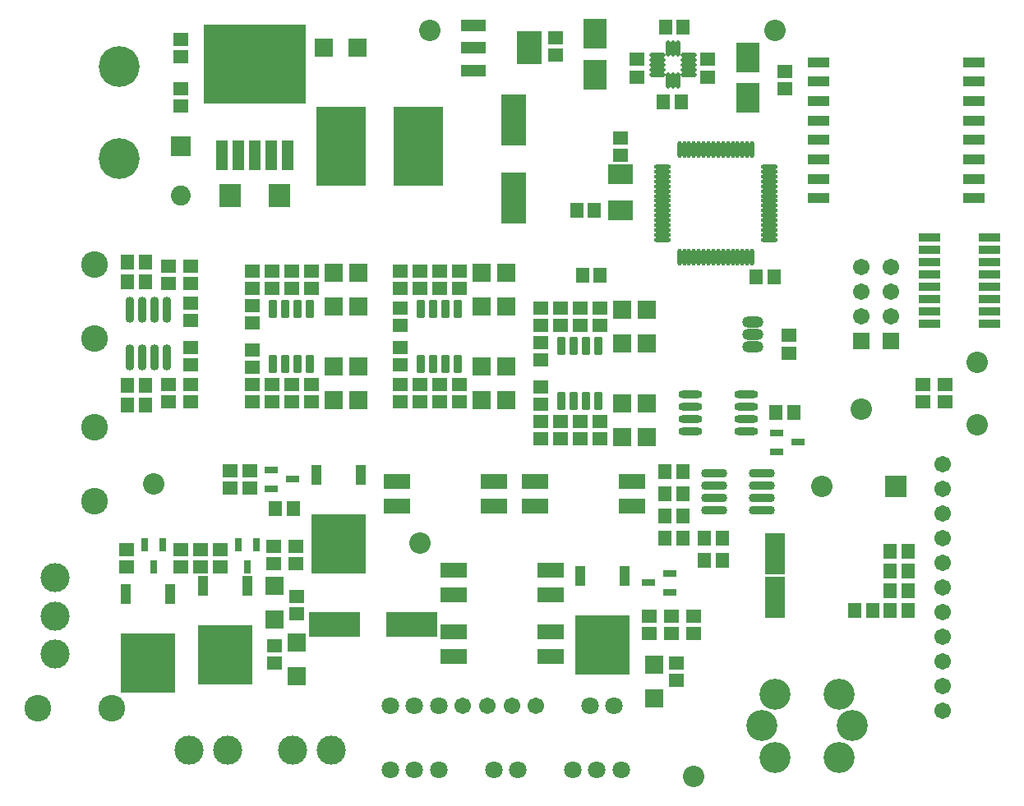
<source format=gts>
%FSLAX25Y25*%
%MOIN*%
G70*
G01*
G75*
G04 Layer_Color=8388736*
%ADD10R,0.09449X0.07087*%
%ADD11O,0.02756X0.09843*%
%ADD12R,0.03937X0.11417*%
%ADD13R,0.40945X0.31496*%
%ADD14R,0.05512X0.04724*%
%ADD15R,0.04724X0.05512*%
%ADD16R,0.21654X0.23228*%
%ADD17R,0.03543X0.07087*%
%ADD18R,0.04528X0.02362*%
%ADD19R,0.06693X0.06693*%
%ADD20R,0.09252X0.20276*%
%ADD21R,0.07992X0.08976*%
%ADD22R,0.09843X0.05512*%
%ADD23R,0.06693X0.06693*%
%ADD24R,0.19685X0.31496*%
%ADD25R,0.09449X0.03937*%
%ADD26R,0.09449X0.12992*%
%ADD27R,0.08465X0.11221*%
G04:AMPARAMS|DCode=28|XSize=11.81mil|YSize=59.06mil|CornerRadius=2.95mil|HoleSize=0mil|Usage=FLASHONLY|Rotation=90.000|XOffset=0mil|YOffset=0mil|HoleType=Round|Shape=RoundedRectangle|*
%AMROUNDEDRECTD28*
21,1,0.01181,0.05315,0,0,90.0*
21,1,0.00591,0.05906,0,0,90.0*
1,1,0.00591,0.02658,0.00295*
1,1,0.00591,0.02658,-0.00295*
1,1,0.00591,-0.02658,-0.00295*
1,1,0.00591,-0.02658,0.00295*
%
%ADD28ROUNDEDRECTD28*%
G04:AMPARAMS|DCode=29|XSize=11.81mil|YSize=59.06mil|CornerRadius=2.95mil|HoleSize=0mil|Usage=FLASHONLY|Rotation=180.000|XOffset=0mil|YOffset=0mil|HoleType=Round|Shape=RoundedRectangle|*
%AMROUNDEDRECTD29*
21,1,0.01181,0.05315,0,0,180.0*
21,1,0.00591,0.05906,0,0,180.0*
1,1,0.00591,-0.00295,0.02658*
1,1,0.00591,0.00295,0.02658*
1,1,0.00591,0.00295,-0.02658*
1,1,0.00591,-0.00295,-0.02658*
%
%ADD29ROUNDEDRECTD29*%
%ADD30R,0.07874X0.03150*%
%ADD31R,0.07874X0.02992*%
%ADD32O,0.06102X0.00984*%
%ADD33O,0.00984X0.06102*%
%ADD34O,0.08858X0.02362*%
%ADD35O,0.09843X0.02756*%
%ADD36R,0.07284X0.16339*%
%ADD37R,0.02362X0.04528*%
%ADD38R,0.20276X0.09252*%
G04:AMPARAMS|DCode=39|XSize=25.59mil|YSize=64.96mil|CornerRadius=1.92mil|HoleSize=0mil|Usage=FLASHONLY|Rotation=0.000|XOffset=0mil|YOffset=0mil|HoleType=Round|Shape=RoundedRectangle|*
%AMROUNDEDRECTD39*
21,1,0.02559,0.06112,0,0,0.0*
21,1,0.02175,0.06496,0,0,0.0*
1,1,0.00384,0.01088,-0.03056*
1,1,0.00384,-0.01088,-0.03056*
1,1,0.00384,-0.01088,0.03056*
1,1,0.00384,0.01088,0.03056*
%
%ADD39ROUNDEDRECTD39*%
%ADD40C,0.01000*%
%ADD41C,0.04000*%
%ADD42C,0.02000*%
%ADD43C,0.10000*%
%ADD44C,0.12000*%
%ADD45C,0.07874*%
%ADD46O,0.07874X0.03937*%
%ADD47O,0.07874X0.03937*%
%ADD48C,0.10000*%
%ADD49C,0.05906*%
%ADD50R,0.05906X0.05906*%
%ADD51C,0.06299*%
%ADD52C,0.11000*%
%ADD53C,0.15748*%
%ADD54R,0.07284X0.07284*%
%ADD55C,0.07284*%
%ADD56R,0.07874X0.07874*%
%ADD57C,0.11811*%
%ADD58C,0.01500*%
%ADD59C,0.01600*%
%ADD60C,0.03500*%
%ADD61C,0.06000*%
%ADD62C,0.03000*%
%ADD63C,0.07000*%
%ADD64R,0.02165X0.03543*%
%ADD65C,0.00984*%
%ADD66C,0.00787*%
%ADD67C,0.01969*%
%ADD68C,0.02362*%
%ADD69C,0.00800*%
%ADD70C,0.00600*%
%ADD71R,0.10249X0.07887*%
%ADD72O,0.03556X0.10642*%
%ADD73R,0.04737X0.12217*%
%ADD74R,0.41745X0.32296*%
%ADD75R,0.06312X0.05524*%
%ADD76R,0.05524X0.06312*%
%ADD77R,0.22453X0.24028*%
%ADD78R,0.04343X0.07887*%
%ADD79R,0.05328X0.03162*%
%ADD80R,0.07493X0.07493*%
%ADD81R,0.10052X0.21076*%
%ADD82R,0.08792X0.09776*%
%ADD83R,0.10642X0.06312*%
%ADD84R,0.07493X0.07493*%
%ADD85R,0.20485X0.32296*%
%ADD86R,0.10249X0.04737*%
%ADD87R,0.10249X0.13792*%
%ADD88R,0.09265X0.12020*%
G04:AMPARAMS|DCode=89|XSize=19.81mil|YSize=67.06mil|CornerRadius=6.95mil|HoleSize=0mil|Usage=FLASHONLY|Rotation=90.000|XOffset=0mil|YOffset=0mil|HoleType=Round|Shape=RoundedRectangle|*
%AMROUNDEDRECTD89*
21,1,0.01981,0.05315,0,0,90.0*
21,1,0.00591,0.06706,0,0,90.0*
1,1,0.01391,0.02658,0.00295*
1,1,0.01391,0.02658,-0.00295*
1,1,0.01391,-0.02658,-0.00295*
1,1,0.01391,-0.02658,0.00295*
%
%ADD89ROUNDEDRECTD89*%
G04:AMPARAMS|DCode=90|XSize=19.81mil|YSize=67.06mil|CornerRadius=6.95mil|HoleSize=0mil|Usage=FLASHONLY|Rotation=180.000|XOffset=0mil|YOffset=0mil|HoleType=Round|Shape=RoundedRectangle|*
%AMROUNDEDRECTD90*
21,1,0.01981,0.05315,0,0,180.0*
21,1,0.00591,0.06706,0,0,180.0*
1,1,0.01391,-0.00295,0.02658*
1,1,0.01391,0.00295,0.02658*
1,1,0.01391,0.00295,-0.02658*
1,1,0.01391,-0.00295,-0.02658*
%
%ADD90ROUNDEDRECTD90*%
%ADD91R,0.08674X0.03950*%
%ADD92R,0.08674X0.03792*%
%ADD93O,0.06902X0.01784*%
%ADD94O,0.01784X0.06902*%
%ADD95O,0.09658X0.03162*%
%ADD96O,0.10642X0.03556*%
%ADD97R,0.08083X0.17139*%
%ADD98R,0.03162X0.05328*%
%ADD99R,0.21076X0.10052*%
G04:AMPARAMS|DCode=100|XSize=33.59mil|YSize=72.96mil|CornerRadius=5.92mil|HoleSize=0mil|Usage=FLASHONLY|Rotation=0.000|XOffset=0mil|YOffset=0mil|HoleType=Round|Shape=RoundedRectangle|*
%AMROUNDEDRECTD100*
21,1,0.03359,0.06112,0,0,0.0*
21,1,0.02175,0.07296,0,0,0.0*
1,1,0.01184,0.01088,-0.03056*
1,1,0.01184,-0.01088,-0.03056*
1,1,0.01184,-0.01088,0.03056*
1,1,0.01184,0.01088,0.03056*
%
%ADD100ROUNDEDRECTD100*%
%ADD101C,0.08674*%
%ADD102O,0.08674X0.04737*%
%ADD103O,0.08674X0.04737*%
%ADD104C,0.10800*%
%ADD105C,0.06706*%
%ADD106R,0.06706X0.06706*%
%ADD107C,0.07099*%
%ADD108C,0.11800*%
%ADD109C,0.16548*%
%ADD110R,0.08083X0.08083*%
%ADD111C,0.08083*%
%ADD112R,0.08674X0.08674*%
%ADD113C,0.12611*%
D71*
X258400Y-71039D02*
D03*
Y-86000D02*
D03*
D72*
X74500Y-126354D02*
D03*
X69500D02*
D03*
X64500D02*
D03*
X59500D02*
D03*
X74500Y-145646D02*
D03*
X69500D02*
D03*
X64500D02*
D03*
X59500D02*
D03*
D73*
X96614Y-63425D02*
D03*
X103307D02*
D03*
X110000D02*
D03*
X116693D02*
D03*
X123386D02*
D03*
D74*
X110000Y-26614D02*
D03*
D75*
X226000Y-157457D02*
D03*
Y-164543D02*
D03*
X381000Y-163543D02*
D03*
Y-156457D02*
D03*
X265000Y-31743D02*
D03*
Y-24657D02*
D03*
X326600Y-136657D02*
D03*
Y-143743D02*
D03*
X58000Y-223457D02*
D03*
Y-230543D02*
D03*
X80000Y-36457D02*
D03*
Y-43543D02*
D03*
X80000Y-23543D02*
D03*
Y-16457D02*
D03*
X390000Y-163543D02*
D03*
Y-156457D02*
D03*
X258400Y-63543D02*
D03*
Y-56457D02*
D03*
X281000Y-276543D02*
D03*
Y-269457D02*
D03*
X232200Y-22943D02*
D03*
Y-15857D02*
D03*
X293800Y-24657D02*
D03*
Y-31743D02*
D03*
X325000Y-36543D02*
D03*
Y-29457D02*
D03*
X75000Y-108457D02*
D03*
Y-115543D02*
D03*
X84000Y-108457D02*
D03*
Y-115543D02*
D03*
Y-123457D02*
D03*
Y-130543D02*
D03*
X84000Y-148543D02*
D03*
Y-141457D02*
D03*
Y-163543D02*
D03*
Y-156457D02*
D03*
X75000Y-163543D02*
D03*
Y-156457D02*
D03*
X100000Y-198543D02*
D03*
Y-191457D02*
D03*
X108000Y-198543D02*
D03*
Y-191457D02*
D03*
X80000Y-230543D02*
D03*
Y-223457D02*
D03*
X88000Y-230543D02*
D03*
Y-223457D02*
D03*
X96000Y-223457D02*
D03*
Y-230543D02*
D03*
X127000Y-249543D02*
D03*
Y-242457D02*
D03*
X118000Y-262457D02*
D03*
Y-269543D02*
D03*
X117800Y-229343D02*
D03*
Y-222257D02*
D03*
X126600Y-229343D02*
D03*
Y-222257D02*
D03*
X109000Y-110457D02*
D03*
Y-117543D02*
D03*
X117000Y-110457D02*
D03*
Y-117543D02*
D03*
X125000Y-110457D02*
D03*
Y-117543D02*
D03*
X133000Y-110457D02*
D03*
Y-117543D02*
D03*
X109000Y-131543D02*
D03*
Y-124457D02*
D03*
X109000Y-142457D02*
D03*
Y-149543D02*
D03*
X109000Y-163543D02*
D03*
Y-156457D02*
D03*
X117000Y-163543D02*
D03*
Y-156457D02*
D03*
X125000Y-163543D02*
D03*
Y-156457D02*
D03*
X133000Y-163543D02*
D03*
Y-156457D02*
D03*
X169000Y-110457D02*
D03*
Y-117543D02*
D03*
X177000Y-110457D02*
D03*
Y-117543D02*
D03*
X185000Y-110457D02*
D03*
Y-117543D02*
D03*
X193000Y-110457D02*
D03*
Y-117543D02*
D03*
X169000Y-132543D02*
D03*
Y-125457D02*
D03*
X169000Y-141457D02*
D03*
Y-148543D02*
D03*
X169000Y-163543D02*
D03*
Y-156457D02*
D03*
X177000Y-163543D02*
D03*
Y-156457D02*
D03*
X185000Y-163543D02*
D03*
Y-156457D02*
D03*
X193000Y-163543D02*
D03*
Y-156457D02*
D03*
X226000Y-125457D02*
D03*
Y-132543D02*
D03*
X234000Y-125457D02*
D03*
Y-132543D02*
D03*
X242000Y-125457D02*
D03*
Y-132543D02*
D03*
X250000Y-125457D02*
D03*
Y-132543D02*
D03*
X226000Y-146543D02*
D03*
Y-139457D02*
D03*
Y-178543D02*
D03*
Y-171457D02*
D03*
X234000Y-178543D02*
D03*
Y-171457D02*
D03*
X242000Y-178543D02*
D03*
Y-171457D02*
D03*
X250000Y-178543D02*
D03*
Y-171457D02*
D03*
X279000Y-257543D02*
D03*
Y-250457D02*
D03*
X270000Y-257543D02*
D03*
Y-250457D02*
D03*
X288000Y-257543D02*
D03*
Y-250457D02*
D03*
D76*
X320543Y-113000D02*
D03*
X313457D02*
D03*
X243057Y-112200D02*
D03*
X250143D02*
D03*
X118457Y-207000D02*
D03*
X125543D02*
D03*
X283743Y-11400D02*
D03*
X276657D02*
D03*
X275857Y-41800D02*
D03*
X282943D02*
D03*
X247743Y-85800D02*
D03*
X240657D02*
D03*
X374943Y-224200D02*
D03*
X367857D02*
D03*
X374943Y-232200D02*
D03*
X367857D02*
D03*
X374943Y-240200D02*
D03*
X367857D02*
D03*
X353457Y-248200D02*
D03*
X360543D02*
D03*
X374943D02*
D03*
X367857D02*
D03*
X328543Y-168000D02*
D03*
X321457D02*
D03*
X299543Y-228000D02*
D03*
X292457D02*
D03*
X292457Y-219000D02*
D03*
X299543D02*
D03*
X276457D02*
D03*
X283543D02*
D03*
X276457Y-210000D02*
D03*
X283543D02*
D03*
X283543Y-201000D02*
D03*
X276457D02*
D03*
X283543Y-192000D02*
D03*
X276457D02*
D03*
X58457Y-107000D02*
D03*
X65543D02*
D03*
X58457Y-115000D02*
D03*
X65543D02*
D03*
X65543Y-157000D02*
D03*
X58457D02*
D03*
X58457Y-165000D02*
D03*
X65543D02*
D03*
D77*
X251000Y-262039D02*
D03*
X144000Y-221039D02*
D03*
X66600Y-269439D02*
D03*
X98000Y-266039D02*
D03*
D78*
X242024Y-234087D02*
D03*
X259976D02*
D03*
X135024Y-193087D02*
D03*
X152976D02*
D03*
X57624Y-241487D02*
D03*
X75576D02*
D03*
X89024Y-238087D02*
D03*
X106976D02*
D03*
D79*
X116571Y-191260D02*
D03*
Y-198740D02*
D03*
X125429Y-195000D02*
D03*
X321571Y-176260D02*
D03*
Y-183740D02*
D03*
X330429Y-180000D02*
D03*
X278429Y-240740D02*
D03*
Y-233260D02*
D03*
X269571Y-237000D02*
D03*
D80*
X259000Y-164150D02*
D03*
Y-177850D02*
D03*
X269000D02*
D03*
Y-164150D02*
D03*
X142000Y-149150D02*
D03*
Y-162850D02*
D03*
X152000D02*
D03*
Y-149150D02*
D03*
X202000D02*
D03*
Y-162850D02*
D03*
X212000D02*
D03*
Y-149150D02*
D03*
X272000Y-283850D02*
D03*
Y-270150D02*
D03*
X118000Y-251850D02*
D03*
Y-238150D02*
D03*
X127000Y-261150D02*
D03*
Y-274850D02*
D03*
X142000Y-124850D02*
D03*
Y-111150D02*
D03*
X152000D02*
D03*
Y-124850D02*
D03*
X202000D02*
D03*
Y-111150D02*
D03*
X212000D02*
D03*
Y-124850D02*
D03*
X259000Y-139850D02*
D03*
Y-126150D02*
D03*
X269000D02*
D03*
Y-139850D02*
D03*
D81*
X215000Y-49252D02*
D03*
Y-80748D02*
D03*
D82*
X120000Y-80000D02*
D03*
X100000D02*
D03*
D83*
X207000Y-206000D02*
D03*
Y-196000D02*
D03*
X167630D02*
D03*
Y-206000D02*
D03*
X230000Y-242000D02*
D03*
Y-232000D02*
D03*
X190630D02*
D03*
Y-242000D02*
D03*
Y-267000D02*
D03*
Y-257000D02*
D03*
X230000D02*
D03*
Y-267000D02*
D03*
X223630Y-206000D02*
D03*
Y-196000D02*
D03*
X263000D02*
D03*
Y-206000D02*
D03*
D84*
X151850Y-20000D02*
D03*
X138150D02*
D03*
D85*
X176496Y-60000D02*
D03*
X145000D02*
D03*
D86*
X198583Y-10945D02*
D03*
Y-20000D02*
D03*
Y-29055D02*
D03*
D87*
X221417Y-20000D02*
D03*
D88*
X248200Y-14332D02*
D03*
Y-30868D02*
D03*
X310000Y-23732D02*
D03*
Y-40268D02*
D03*
D89*
X286005Y-30843D02*
D03*
Y-22968D02*
D03*
Y-24937D02*
D03*
Y-26906D02*
D03*
Y-28874D02*
D03*
X273406Y-22968D02*
D03*
Y-24937D02*
D03*
Y-26906D02*
D03*
Y-30843D02*
D03*
Y-28874D02*
D03*
D90*
X281674Y-20213D02*
D03*
X277737D02*
D03*
X279706D02*
D03*
X281674Y-33205D02*
D03*
X279706D02*
D03*
X277737D02*
D03*
D91*
X338600Y-25800D02*
D03*
Y-33674D02*
D03*
Y-41548D02*
D03*
Y-49422D02*
D03*
Y-57296D02*
D03*
Y-65170D02*
D03*
Y-73044D02*
D03*
Y-80918D02*
D03*
X401592D02*
D03*
Y-73044D02*
D03*
Y-65170D02*
D03*
Y-57296D02*
D03*
Y-49422D02*
D03*
Y-41548D02*
D03*
Y-33674D02*
D03*
Y-25800D02*
D03*
D92*
X408000Y-97000D02*
D03*
Y-102000D02*
D03*
Y-107000D02*
D03*
Y-112000D02*
D03*
Y-117000D02*
D03*
Y-122000D02*
D03*
Y-127000D02*
D03*
Y-132000D02*
D03*
X383787D02*
D03*
Y-127000D02*
D03*
Y-122000D02*
D03*
Y-117000D02*
D03*
Y-112000D02*
D03*
Y-107000D02*
D03*
Y-102000D02*
D03*
Y-97000D02*
D03*
D93*
X275248Y-68236D02*
D03*
Y-70205D02*
D03*
Y-72173D02*
D03*
Y-74142D02*
D03*
Y-76110D02*
D03*
Y-78079D02*
D03*
Y-80047D02*
D03*
Y-82016D02*
D03*
Y-83984D02*
D03*
Y-85953D02*
D03*
Y-87921D02*
D03*
Y-89890D02*
D03*
Y-91858D02*
D03*
Y-93827D02*
D03*
Y-95795D02*
D03*
Y-97764D02*
D03*
X318752D02*
D03*
Y-95795D02*
D03*
Y-93827D02*
D03*
Y-91858D02*
D03*
Y-89890D02*
D03*
Y-87921D02*
D03*
Y-85953D02*
D03*
Y-83984D02*
D03*
Y-82016D02*
D03*
Y-80047D02*
D03*
Y-78079D02*
D03*
Y-76110D02*
D03*
Y-74142D02*
D03*
Y-72173D02*
D03*
Y-70205D02*
D03*
Y-68236D02*
D03*
D94*
X282236Y-104752D02*
D03*
X284205D02*
D03*
X286173D02*
D03*
X288142D02*
D03*
X290110D02*
D03*
X292079D02*
D03*
X294047D02*
D03*
X296016D02*
D03*
X297984D02*
D03*
X299953D02*
D03*
X301921D02*
D03*
X303890D02*
D03*
X305858D02*
D03*
X307827D02*
D03*
X309795D02*
D03*
X311764D02*
D03*
Y-61248D02*
D03*
X309795D02*
D03*
X307827D02*
D03*
X305858D02*
D03*
X303890D02*
D03*
X301921D02*
D03*
X299953D02*
D03*
X297984D02*
D03*
X296016D02*
D03*
X294047D02*
D03*
X292079D02*
D03*
X290110D02*
D03*
X288142D02*
D03*
X286173D02*
D03*
X284205D02*
D03*
X282236D02*
D03*
D95*
X286779Y-160500D02*
D03*
Y-165500D02*
D03*
Y-170500D02*
D03*
Y-175500D02*
D03*
X309221Y-160500D02*
D03*
Y-165500D02*
D03*
Y-170500D02*
D03*
Y-175500D02*
D03*
D96*
X296354Y-192500D02*
D03*
Y-197500D02*
D03*
Y-202500D02*
D03*
Y-207500D02*
D03*
X315646Y-192500D02*
D03*
Y-197500D02*
D03*
Y-202500D02*
D03*
Y-207500D02*
D03*
D97*
X321000Y-242760D02*
D03*
Y-225240D02*
D03*
D98*
X72740Y-221571D02*
D03*
X65260D02*
D03*
X69000Y-230429D02*
D03*
X110740Y-221571D02*
D03*
X103260D02*
D03*
X107000Y-230429D02*
D03*
D99*
X173748Y-254000D02*
D03*
X142252D02*
D03*
D100*
X117500Y-148122D02*
D03*
X122500D02*
D03*
X127500D02*
D03*
X132500D02*
D03*
X117500Y-125878D02*
D03*
X122500D02*
D03*
X127500D02*
D03*
X132500D02*
D03*
X177500Y-148122D02*
D03*
X182500D02*
D03*
X187500D02*
D03*
X192500D02*
D03*
X177500Y-125878D02*
D03*
X182500D02*
D03*
X187500D02*
D03*
X192500D02*
D03*
X234500Y-163122D02*
D03*
X239500D02*
D03*
X244500D02*
D03*
X249500D02*
D03*
X234500Y-140878D02*
D03*
X239500D02*
D03*
X244500D02*
D03*
X249500D02*
D03*
D101*
X69000Y-197000D02*
D03*
X181000Y-13000D02*
D03*
X288200Y-315400D02*
D03*
X356200Y-166600D02*
D03*
X177000Y-221000D02*
D03*
X321000Y-13000D02*
D03*
X403000Y-147409D02*
D03*
Y-173000D02*
D03*
X340039Y-198000D02*
D03*
D102*
X312200Y-141200D02*
D03*
Y-131200D02*
D03*
D103*
Y-136200D02*
D03*
D104*
X45000Y-204000D02*
D03*
Y-174000D02*
D03*
Y-138000D02*
D03*
Y-108000D02*
D03*
X22000Y-288000D02*
D03*
X52000D02*
D03*
D105*
X356000Y-109000D02*
D03*
Y-119000D02*
D03*
Y-129000D02*
D03*
X368000Y-109000D02*
D03*
Y-119000D02*
D03*
Y-129000D02*
D03*
X389000Y-289000D02*
D03*
Y-279000D02*
D03*
Y-269000D02*
D03*
Y-259000D02*
D03*
Y-239000D02*
D03*
Y-229000D02*
D03*
Y-249000D02*
D03*
Y-219000D02*
D03*
Y-209000D02*
D03*
Y-199000D02*
D03*
Y-189000D02*
D03*
X194528Y-287000D02*
D03*
X204370D02*
D03*
X214213D02*
D03*
X224055D02*
D03*
D106*
X356000Y-139000D02*
D03*
X368000D02*
D03*
D107*
X258685Y-313000D02*
D03*
X248843D02*
D03*
X239000D02*
D03*
X184685Y-287000D02*
D03*
X174843D02*
D03*
X165000D02*
D03*
X255842D02*
D03*
X246000D02*
D03*
X184685Y-313000D02*
D03*
X174843D02*
D03*
X165000D02*
D03*
X216843D02*
D03*
X207000D02*
D03*
D108*
X141000Y-305000D02*
D03*
X125409D02*
D03*
X99000D02*
D03*
X83410D02*
D03*
X29000Y-266000D02*
D03*
Y-250410D02*
D03*
Y-234819D02*
D03*
D109*
X55000Y-65000D02*
D03*
Y-27598D02*
D03*
D110*
X80000Y-60000D02*
D03*
D111*
Y-80000D02*
D03*
D112*
X369961Y-198000D02*
D03*
D113*
X352307Y-295000D02*
D03*
X346945Y-307945D02*
D03*
X315693Y-295000D02*
D03*
X321055Y-282055D02*
D03*
X346945D02*
D03*
X321055Y-307945D02*
D03*
M02*

</source>
